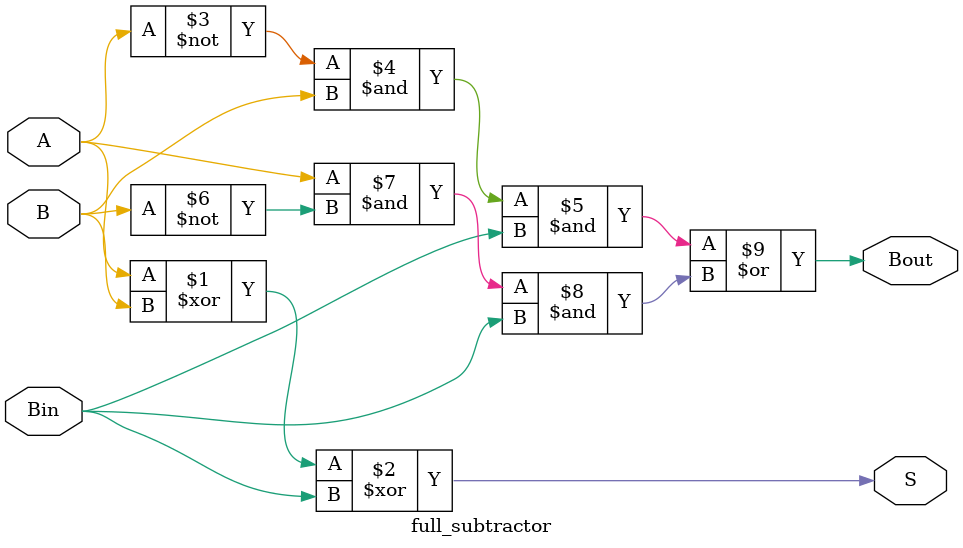
<source format=sv>
module full_subtractor(
  input A,
  input B,
  input Bin,
  output S,
  output Bout
);

  assign S = A ^ B ^ Bin;
  assign Bout = (~A & B & Bin) | (A & ~B & Bin);

endmodule

</source>
